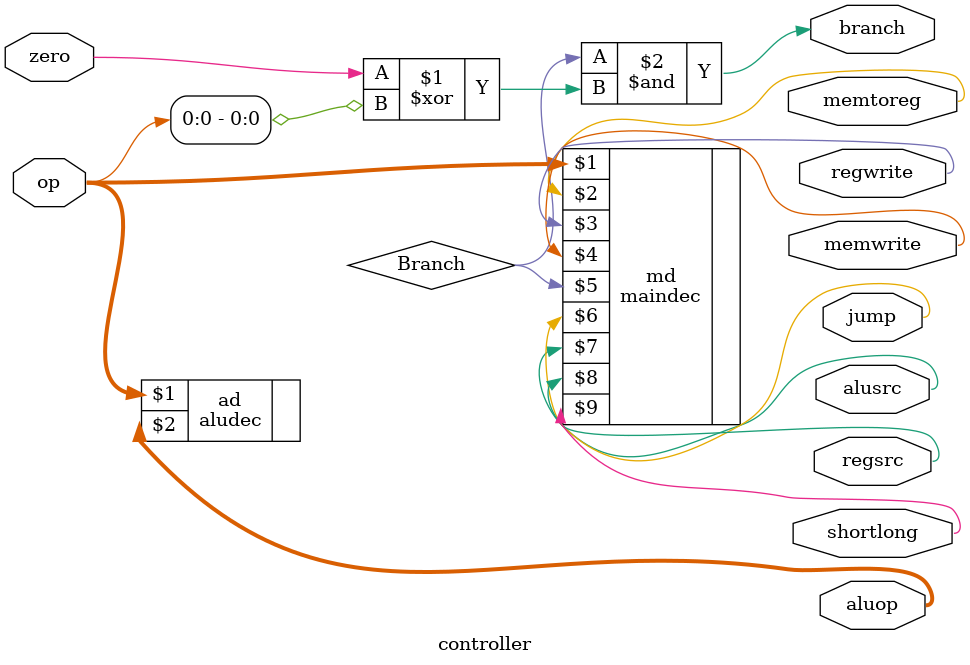
<source format=sv>
`ifndef CONTROLLER
`define CONTROLLER

`timescale 1ns/100ps

`include "../maindec/maindec.sv"
`include "../aludec/aludec.sv"

module controller
    (
    input  logic [3:0] op,
    input  logic       zero,
    output logic       memtoreg, regwrite, memwrite,
    output logic       branch, jump, alusrc,
    output logic       regsrc, shortlong,
    output logic [2:0] aluop
);
    //
    // ---------------- MODULE DESIGN IMPLEMENTATION ----------------
    //
    logic       Branch;
    
    // CPU main decoder
    maindec md(op, memtoreg, regwrite, memwrite, Branch, jump, alusrc, regsrc, shortlong);
    // CPU's ALU decoder
    aludec  ad(op, aluop);

  assign branch = Branch & (zero ^ op[0]);

endmodule

`endif // CONTROLLER

</source>
